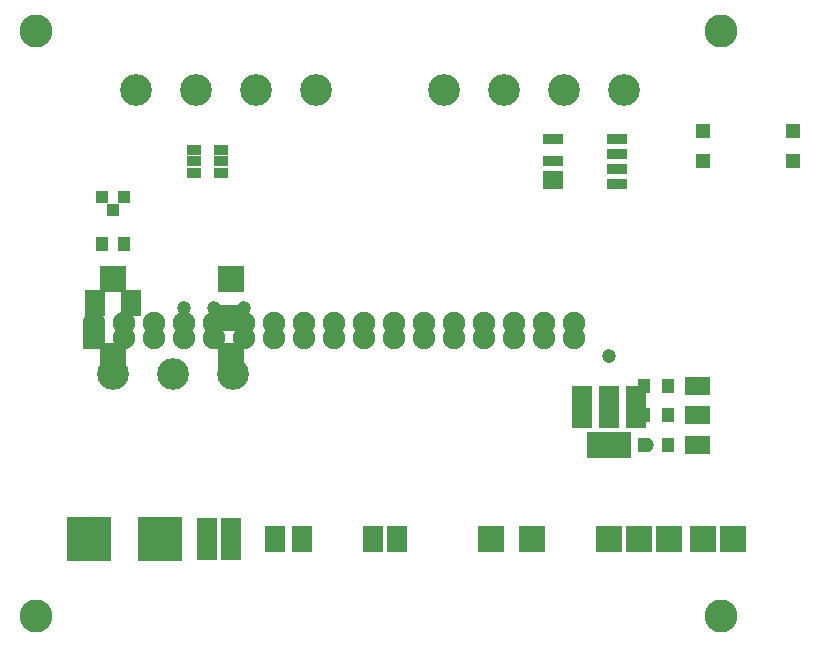
<source format=gts>
G04 PiDoors HAT v2.0 - Top Solder Mask*
G04 Generated: 2026-01-10*
G04 Board Size: 65mm x 56.5mm*
%FSLAX46Y46*%
%MOIN*%
%TF.GenerationSoftware,PiDoors,PCBGenerator,2.0*%
%TF.SameCoordinates,Original*%
%TF.FileFunction,Soldermask,Top*%
%TF.FilePolarity,Negative*%
G04 Aperture Definitions (pad openings)*
%ADD10C,0.110*%
%ADD11C,0.075*%
%ADD12R,0.075X0.075*%
%ADD13O,0.075X0.075*%
%ADD14R,0.146X0.146*%
%ADD15R,0.071X0.142*%
%ADD16R,0.099X0.106*%
%ADD17C,0.047*%
%ADD18R,0.045X0.045*%
%ADD19O,0.106X0.106*%
%ADD20R,0.067X0.032*%
%ADD21R,0.047X0.032*%
%ADD22R,0.043X0.039*%
%ADD23R,0.045X0.063*%
%ADD24C,0.106*%
%ADD25R,0.087X0.087*%
%ADD26R,0.071X0.087*%
%ADD27R,0.039X0.045*%
%ADD28R,0.150X0.087*%
G04*
G04 Mounting Holes (no mask)*
D10*
X137795Y137795D03*
G04 H1*
X2421260Y137795D03*
G04 H2*
X137795Y2086614D03*
G04 H3*
X2421260Y2086614D03*
G04 H4*
G04*
G04 J1 GPIO Header Pad Openings*
D12*
X329724Y1065276D03*
D13*
X329724Y1115315D03*
X429724Y1065276D03*
X429724Y1115315D03*
X529724Y1065276D03*
X529724Y1115315D03*
X629724Y1065276D03*
X629724Y1115315D03*
X729724Y1065276D03*
X729724Y1115315D03*
X829724Y1065276D03*
X829724Y1115315D03*
X929724Y1065276D03*
X929724Y1115315D03*
X1029724Y1065276D03*
X1029724Y1115315D03*
X1129724Y1065276D03*
X1129724Y1115315D03*
X1229724Y1065276D03*
X1229724Y1115315D03*
X1329724Y1065276D03*
X1329724Y1115315D03*
X1429724Y1065276D03*
X1429724Y1115315D03*
X1529724Y1065276D03*
X1529724Y1115315D03*
X1629724Y1065276D03*
X1629724Y1115315D03*
X1729724Y1065276D03*
X1729724Y1115315D03*
X1829724Y1065276D03*
X1829724Y1115315D03*
X1929724Y1065276D03*
X1929724Y1115315D03*
G04*
G04 J2 Barrel Jack*
D14*
X314961Y393701D03*
X551181Y393701D03*
G04*
G04 Power Components*
D15*
X708661Y393701D03*
X787402Y393701D03*
G04 F1 Fuse*
D26*
X933071Y393701D03*
X1023622Y393701D03*
G04 D1 TVS*
D26*
X1259843Y393701D03*
X1341732Y393701D03*
G04 D7 Schottky*
D25*
X1653543Y393701D03*
X1791339Y393701D03*
G04 C1 Cap*
D25*
X2047244Y393701D03*
X2147244Y393701D03*
X2247244Y393701D03*
G04 U1 DC-DC*
D25*
X2362205Y393701D03*
X2461024Y393701D03*
G04 C2 Cap*
G04*
G04 U2 LDO*
D15*
X1956693Y834646D03*
X2047244Y834646D03*
X2137795Y834646D03*
D28*
X2047244Y708661D03*
G04*
G04 Wiegand Section*
D19*
X472441Y1889764D03*
X672441Y1889764D03*
X872441Y1889764D03*
X1072441Y1889764D03*
G04 J3 Terminal*
D21*
X665354Y1614173D03*
X665354Y1653543D03*
X665354Y1692913D03*
X752756Y1692913D03*
X752756Y1653543D03*
X752756Y1614173D03*
G04 U4 TXB0102*
G04*
G04 RS-485 Section*
D19*
X1496063Y1889764D03*
X1696063Y1889764D03*
X1896063Y1889764D03*
X2096063Y1889764D03*
G04 J4 Terminal*
D20*
X1862205Y1578346D03*
X1862205Y1603150D03*
X1862205Y1653543D03*
X1862205Y1728385D03*
X2074803Y1728385D03*
X2074803Y1678346D03*
X2074803Y1628385D03*
X2074803Y1578346D03*
G04 U3 MAX13487E*
G04*
G04 Relay Section*
D25*
X393701Y1003937D03*
X393701Y1259843D03*
X787402Y1003937D03*
X787402Y1131890D03*
X787402Y1259843D03*
G04 K1 Relay*
D22*
X356299Y1536220D03*
X431102Y1536220D03*
X393701Y1492913D03*
G04 Q1 Transistor*
D19*
X393701Y944882D03*
X594094Y944882D03*
X794488Y944882D03*
G04 J7 Relay Terminal*
D27*
X356299Y1377953D03*
X431102Y1377953D03*
G04 R5 Resistor*
D26*
X334646Y1181102D03*
X452756Y1181102D03*
G04 D6 Diode*
G04*
G04 LED Section*
D23*
X2322835Y708661D03*
X2362205Y708661D03*
G04 D8 Power LED*
X2322835Y807087D03*
X2362205Y807087D03*
G04 D9 OK LED*
X2322835Y905512D03*
X2362205Y905512D03*
G04 D10 Error LED*
D27*
X2165354Y708661D03*
X2244094Y708661D03*
G04 R10*
X2165354Y807087D03*
X2244094Y807087D03*
G04 R11*
X2165354Y905512D03*
X2244094Y905512D03*
G04 R12*
G04*
G04 Optocoupler*
D18*
X2362205Y1653543D03*
X2362205Y1753543D03*
X2662205Y1753543D03*
X2662205Y1653543D03*
G04 U5 PC817*
G04*
G04 Vias*
D17*
X2047244Y1003937D03*
X630315Y1163780D03*
X730315Y1163780D03*
X829724Y1163780D03*
X929724Y1065276D03*
X2173228Y708661D03*
G04*
M02*

</source>
